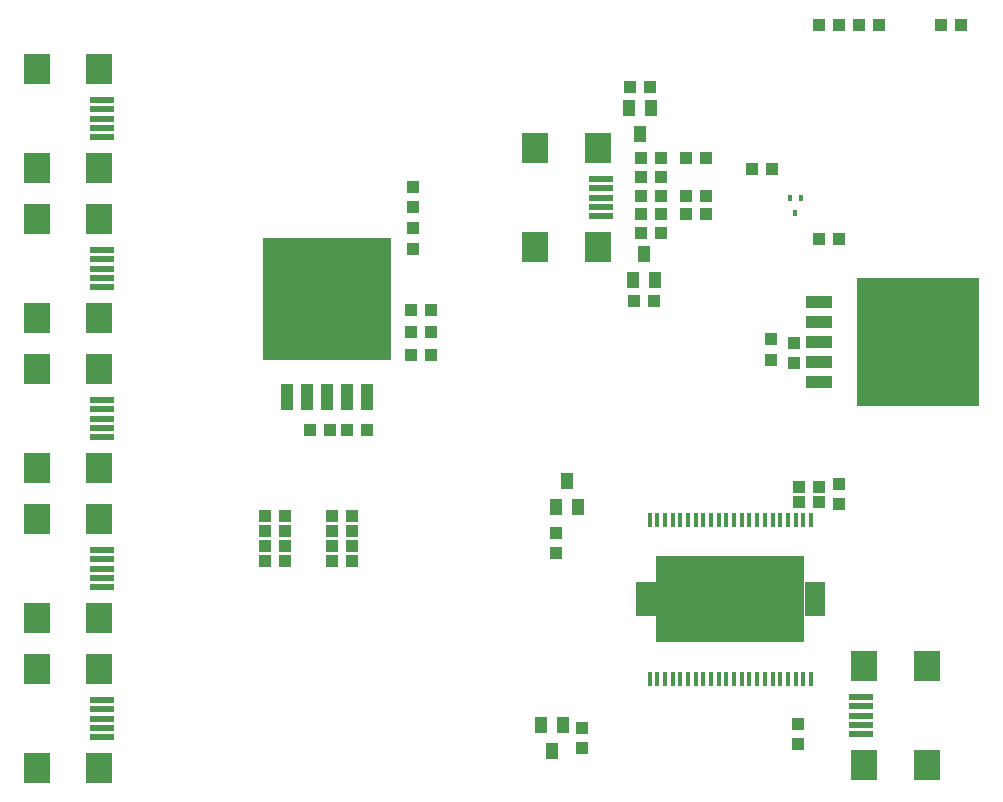
<source format=gtp>
G75*
G70*
%OFA0B0*%
%FSLAX24Y24*%
%IPPOS*%
%LPD*%
%AMOC8*
5,1,8,0,0,1.08239X$1,22.5*
%
%ADD10R,0.0866X0.0984*%
%ADD11R,0.0787X0.0197*%
%ADD12R,0.4252X0.4098*%
%ADD13R,0.0420X0.0850*%
%ADD14R,0.0394X0.0433*%
%ADD15R,0.0433X0.0394*%
%ADD16R,0.0157X0.0472*%
%ADD17R,0.4961X0.2874*%
%ADD18R,0.0669X0.1142*%
%ADD19R,0.0394X0.0551*%
%ADD20R,0.0140X0.0200*%
%ADD21R,0.4098X0.4252*%
%ADD22R,0.0850X0.0420*%
D10*
X001389Y004974D03*
X003475Y004974D03*
X003475Y008281D03*
X003475Y009974D03*
X001389Y009974D03*
X001389Y008281D03*
X001389Y013281D03*
X001389Y014974D03*
X003475Y014974D03*
X003475Y013281D03*
X003475Y018281D03*
X003475Y019974D03*
X001389Y019974D03*
X001389Y018281D03*
X001389Y023281D03*
X001389Y024974D03*
X003475Y024974D03*
X003475Y023281D03*
X003475Y028281D03*
X001389Y028281D03*
X018009Y025645D03*
X020096Y025645D03*
X020096Y022338D03*
X018009Y022338D03*
X028966Y008381D03*
X031053Y008381D03*
X031053Y005074D03*
X028966Y005074D03*
D11*
X028868Y006098D03*
X028868Y006413D03*
X028868Y006727D03*
X028868Y007042D03*
X028868Y007357D03*
X020194Y023362D03*
X020194Y023677D03*
X020194Y023992D03*
X020194Y024307D03*
X020194Y024622D03*
X003574Y025997D03*
X003574Y026312D03*
X003574Y026627D03*
X003574Y026942D03*
X003574Y027257D03*
X003574Y022257D03*
X003574Y021942D03*
X003574Y021627D03*
X003574Y021312D03*
X003574Y020997D03*
X003574Y017257D03*
X003574Y016942D03*
X003574Y016627D03*
X003574Y016312D03*
X003574Y015997D03*
X003574Y012257D03*
X003574Y011942D03*
X003574Y011627D03*
X003574Y011312D03*
X003574Y010997D03*
X003574Y007257D03*
X003574Y006942D03*
X003574Y006627D03*
X003574Y006312D03*
X003574Y005997D03*
D12*
X011063Y020627D03*
D13*
X011063Y017347D03*
X010393Y017347D03*
X009723Y017347D03*
X011733Y017347D03*
X012403Y017347D03*
D14*
X012398Y016252D03*
X011728Y016252D03*
X011148Y016252D03*
X010478Y016252D03*
X013853Y020252D03*
X014523Y020252D03*
X013938Y022292D03*
X013938Y022962D03*
X021286Y020554D03*
X021956Y020554D03*
X022206Y022804D03*
X022206Y023429D03*
X022206Y024054D03*
X022206Y024679D03*
X021536Y024679D03*
X021536Y024054D03*
X021536Y023429D03*
X021536Y022804D03*
X023036Y023429D03*
X023036Y024054D03*
X023706Y024054D03*
X023706Y023429D03*
X023706Y025304D03*
X023036Y025304D03*
X022206Y025304D03*
X021536Y025304D03*
X021831Y027679D03*
X021161Y027679D03*
X026794Y014352D03*
X027463Y014352D03*
X028128Y014437D03*
X028128Y013768D03*
X026753Y006437D03*
X026753Y005768D03*
D15*
X019566Y005643D03*
X019566Y006312D03*
X018691Y012143D03*
X018691Y012812D03*
X014523Y018752D03*
X013853Y018752D03*
X013853Y019502D03*
X014523Y019502D03*
X013938Y023667D03*
X013938Y024337D03*
X025224Y024929D03*
X025893Y024929D03*
X027474Y022617D03*
X028143Y022617D03*
X026621Y019139D03*
X025871Y019264D03*
X025871Y018595D03*
X026621Y018470D03*
X026794Y013852D03*
X027463Y013852D03*
X011898Y013377D03*
X011898Y012877D03*
X011898Y012377D03*
X011898Y011877D03*
X011228Y011877D03*
X011228Y012377D03*
X011228Y012877D03*
X011228Y013377D03*
X009648Y013377D03*
X009648Y012877D03*
X009648Y012377D03*
X009648Y011877D03*
X008978Y011877D03*
X008978Y012377D03*
X008978Y012877D03*
X008978Y013377D03*
X027474Y029742D03*
X028143Y029742D03*
X028786Y029742D03*
X029456Y029742D03*
X031536Y029742D03*
X032206Y029742D03*
D16*
X027190Y013260D03*
X026935Y013260D03*
X026679Y013260D03*
X026423Y013260D03*
X026167Y013260D03*
X025911Y013260D03*
X025655Y013260D03*
X025399Y013260D03*
X025143Y013260D03*
X024887Y013260D03*
X024631Y013260D03*
X024376Y013260D03*
X024120Y013260D03*
X023864Y013260D03*
X023608Y013260D03*
X023352Y013260D03*
X023096Y013260D03*
X022840Y013260D03*
X022584Y013260D03*
X022328Y013260D03*
X022072Y013260D03*
X021816Y013260D03*
X021816Y007945D03*
X022072Y007945D03*
X022328Y007945D03*
X022584Y007945D03*
X022840Y007945D03*
X023096Y007945D03*
X023352Y007945D03*
X023608Y007945D03*
X023864Y007945D03*
X024120Y007945D03*
X024376Y007945D03*
X024631Y007945D03*
X024887Y007945D03*
X025143Y007945D03*
X025399Y007945D03*
X025655Y007945D03*
X025911Y007945D03*
X026167Y007945D03*
X026423Y007945D03*
X026679Y007945D03*
X026935Y007945D03*
X027190Y007945D03*
D17*
X024503Y010602D03*
D18*
X027318Y010602D03*
X021689Y010602D03*
D19*
X019440Y013669D03*
X018692Y013669D03*
X019066Y014536D03*
X021247Y021246D03*
X021995Y021246D03*
X021621Y022112D03*
X021496Y026121D03*
X021122Y026987D03*
X021870Y026987D03*
X018940Y006411D03*
X018192Y006411D03*
X018566Y005544D03*
D20*
X026674Y023482D03*
X026477Y023992D03*
X026871Y023992D03*
D21*
X030746Y019179D03*
D22*
X027466Y019179D03*
X027466Y019849D03*
X027466Y020519D03*
X027466Y018509D03*
X027466Y017839D03*
M02*

</source>
